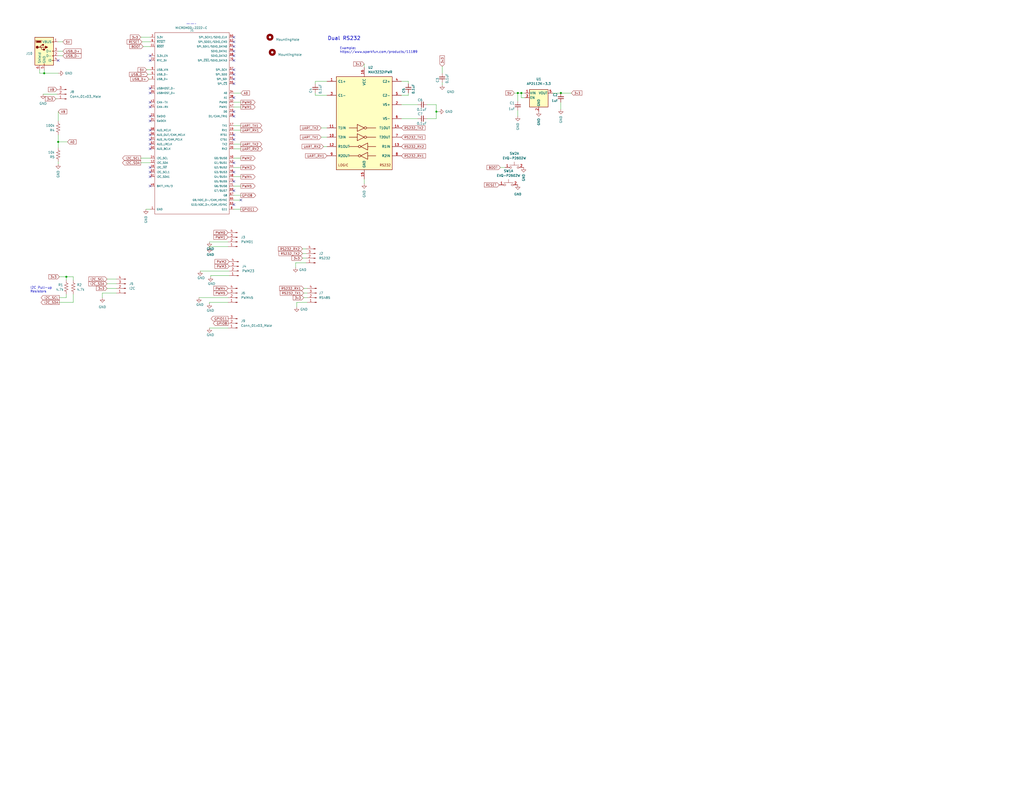
<source format=kicad_sch>
(kicad_sch (version 20211123) (generator eeschema)
  (paper "C")
  (title_block (title "ALPHA Main Board") (date "2022-06-15") (rev "1") (company "University of Rhode Island Smart Ocean Systems laboratory"))
  (lib_symbols
    (symbol "Connector:Conn_01x03_Male" (pin_names (offset 1.016) hide)
      (property "Reference" "J" (at 0 5.08 0))
      (property "Value" "Conn_01x03_Male" (at 0 -5.08 0))
      (symbol "Conn_01x03_Male_1_1"
        (pin passive line (at 5.08 2.54 180) (length 3.81) (name "Pin_1") (number "1"))
        (pin passive line (at 5.08 0 180) (length 3.81) (name "Pin_2") (number "2"))
        (pin passive line (at 5.08 -2.54 180) (length 3.81) (name "Pin_3") (number "3"))
      )
    )
    (symbol "Connector:Conn_01x04_Male" (pin_names (offset 1.016) hide)
      (property "Reference" "J" (at 0 5.08 0))
      (property "Value" "Conn_01x04_Male" (at 0 -7.62 0))
      (symbol "Conn_01x04_Male_1_1"
        (pin passive line (at 5.08 2.54 180) (length 3.81) (name "Pin_1") (number "1"))
        (pin passive line (at 5.08 0 180) (length 3.81) (name "Pin_2") (number "2"))
        (pin passive line (at 5.08 -2.54 180) (length 3.81) (name "Pin_3") (number "3"))
        (pin passive line (at 5.08 -5.08 180) (length 3.81) (name "Pin_4") (number "4"))
      )
    )
    (symbol "Connector:USB_B_Micro" (pin_names (offset 1.016))
      (property "Reference" "J" (at -5.08 11.43 0))
      (property "Value" "USB_B_Micro" (at -5.08 8.89 0))
      (symbol "USB_B_Micro_1_1"
        (pin power_out line (at 7.62 5.08 180) (length 2.54) (name "VBUS") (number "1"))
        (pin bidirectional line (at 7.62 -2.54 180) (length 2.54) (name "D-") (number "2"))
        (pin bidirectional line (at 7.62 0 180) (length 2.54) (name "D+") (number "3"))
        (pin passive line (at 7.62 -5.08 180) (length 2.54) (name "ID") (number "4"))
        (pin power_out line (at 0 -10.16 90) (length 2.54) (name "GND") (number "5"))
        (pin passive line (at -2.54 -10.16 90) (length 2.54) (name "Shield") (number "6"))
      )
    )
    (symbol "Device:C_Small" (pin_numbers hide) (pin_names (offset 0.254) hide)
      (property "Reference" "C" (at 0.254 1.778 0))
      (property "Value" "C_Small" (at 0.254 -2.032 0))
      (symbol "C_Small_1_1"
        (pin passive line (at 0 2.54 270) (length 2.032) (name "~") (number "1"))
        (pin passive line (at 0 -2.54 90) (length 2.032) (name "~") (number "2"))
      )
    )
    (symbol "Device:R_US" (pin_numbers hide) (pin_names (offset 0))
      (property "Reference" "R" (at 2.54 0 90))
      (property "Value" "R_US" (at -2.54 0 90))
      (symbol "R_US_1_1"
        (pin passive line (at 0 3.81 270) (length 1.27) (name "~") (number "1"))
        (pin passive line (at 0 -3.81 90) (length 1.27) (name "~") (number "2"))
      )
    )
    (symbol "Interface_UART:MAX3232" (pin_names (offset 1.016))
      (property "Reference" "U" (at -2.54 28.575 0))
      (property "Value" "MAX3232" (at -2.54 26.67 0))
      (symbol "MAX3232_0_0"
        (text "LOGIC" (at -11.43 -22.86 0) (effects (font (size 1.27 1.27))))
        (text "RS232" (at 11.43 -22.86 0) (effects (font (size 1.27 1.27))))
      )
      (symbol "MAX3232_1_1"
        (pin passive line (at -20.32 22.86 0) (length 5.08) (name "C1+") (number "1"))
        (pin input line (at -20.32 -7.62 0) (length 5.08) (name "T2IN") (number "10"))
        (pin input line (at -20.32 -2.54 0) (length 5.08) (name "T1IN") (number "11"))
        (pin output line (at -20.32 -12.7 0) (length 5.08) (name "R1OUT") (number "12"))
        (pin input line (at 20.32 -12.7 180) (length 5.08) (name "R1IN") (number "13"))
        (pin output line (at 20.32 -2.54 180) (length 5.08) (name "T1OUT") (number "14"))
        (pin power_in line (at 0 -30.48 90) (length 5.08) (name "GND") (number "15"))
        (pin power_in line (at 0 30.48 270) (length 5.08) (name "VCC") (number "16"))
        (pin power_out line (at 20.32 10.16 180) (length 5.08) (name "VS+") (number "2"))
        (pin passive line (at -20.32 15.24 0) (length 5.08) (name "C1-") (number "3"))
        (pin passive line (at 20.32 22.86 180) (length 5.08) (name "C2+") (number "4"))
        (pin passive line (at 20.32 15.24 180) (length 5.08) (name "C2-") (number "5"))
        (pin power_out line (at 20.32 2.54 180) (length 5.08) (name "VS-") (number "6"))
        (pin output line (at 20.32 -7.62 180) (length 5.08) (name "T2OUT") (number "7"))
        (pin input line (at 20.32 -17.78 180) (length 5.08) (name "R2IN") (number "8"))
        (pin output line (at -20.32 -17.78 0) (length 5.08) (name "R2OUT") (number "9"))
      )
    )
    (symbol "Mechanical:MountingHole" (pin_names (offset 1.016))
      (property "Reference" "H" (at 0 5.08 0))
      (property "Value" "MountingHole" (at 0 3.175 0))
    )
    (symbol "Regulator_Linear:AP2112K-3.3" (pin_names (offset 0.254))
      (property "Reference" "U" (at -5.08 5.715 0))
      (property "Value" "AP2112K-3.3" (at 0 5.715 0))
      (symbol "AP2112K-3.3_1_1"
        (pin power_in line (at -7.62 2.54 0) (length 2.54) (name "VIN") (number "1"))
        (pin power_in line (at 0 -7.62 90) (length 2.54) (name "GND") (number "2"))
        (pin input line (at -7.62 0 0) (length 2.54) (name "EN") (number "3"))
        (pin no_connect line (at 5.08 0 180) (length 2.54) hide (name "NC") (number "4"))
        (pin power_out line (at 7.62 2.54 180) (length 2.54) (name "VOUT") (number "5"))
      )
    )
    (symbol "SparkFun-MicroMod:MICROMOD-2222-C" (pin_names (offset 1.016))
      (property "Reference" "J" (at -20.32 53.848 0))
      (property "Value" "MICROMOD-2222-C" (at -20.32 -48.26 0))
      (symbol "MICROMOD-2222-C_1_1"
        (pin bidirectional line (at -22.86 -43.18 0) (length 2.54) (name "GND") (number "1"))
        (pin bidirectional line (at 22.86 10.16 180) (length 2.54) (name "D0") (number "10"))
        (pin bidirectional line (at -22.86 45.72 0) (length 2.54) (name "~{BOOT}") (number "11"))
        (pin bidirectional line (at -22.86 -17.78 0) (length 2.54) (name "I2C_SDA") (number "12"))
        (pin bidirectional line (at 22.86 -2.54 180) (length 2.54) (name "RTS1") (number "13"))
        (pin bidirectional line (at -22.86 -15.24 0) (length 2.54) (name "I2C_SCL") (number "14"))
        (pin bidirectional line (at 22.86 -5.08 180) (length 2.54) (name "CTS1") (number "15"))
        (pin bidirectional line (at -22.86 -20.32 0) (length 2.54) (name "I2C_~{INT}") (number "16"))
        (pin bidirectional line (at 22.86 2.54 180) (length 2.54) (name "TX1") (number "17"))
        (pin bidirectional line (at 22.86 7.62 180) (length 2.54) (name "D1/CAM_TRIG") (number "18"))
        (pin bidirectional line (at 22.86 0 180) (length 2.54) (name "RX1") (number "19"))
        (pin bidirectional line (at -22.86 50.8 0) (length 2.54) (name "3.3V") (number "2"))
        (pin bidirectional line (at 22.86 -10.16 180) (length 2.54) (name "RX2") (number "20"))
        (pin bidirectional line (at -22.86 5.08 0) (length 2.54) (name "SWDCK") (number "21"))
        (pin bidirectional line (at 22.86 -7.62 180) (length 2.54) (name "TX2") (number "22"))
        (pin bidirectional line (at -22.86 7.62 0) (length 2.54) (name "SWDIO") (number "23"))
        (pin bidirectional line (at -22.86 27.94 0) (length 2.54) (name "USB_D+") (number "3"))
        (pin bidirectional line (at 22.86 15.24 180) (length 2.54) (name "PWM0") (number "32"))
        (pin bidirectional line (at -22.86 -43.18 0) (length 2.54) hide (name "GND") (number "33"))
        (pin bidirectional line (at 22.86 20.32 180) (length 2.54) (name "A0") (number "34"))
        (pin bidirectional line (at -22.86 20.32 0) (length 2.54) (name "USBHOST_D+") (number "35"))
        (pin bidirectional line (at -22.86 -43.18 0) (length 2.54) hide (name "GND") (number "36"))
        (pin bidirectional line (at -22.86 22.86 0) (length 2.54) (name "USBHOST_D-") (number "37"))
        (pin bidirectional line (at 22.86 17.78 180) (length 2.54) (name "A1") (number "38"))
        (pin bidirectional line (at -22.86 -43.18 0) (length 2.54) hide (name "GND") (number "39"))
        (pin bidirectional line (at -22.86 40.64 0) (length 2.54) (name "3.3V_EN") (number "4"))
        (pin bidirectional line (at 22.86 -15.24 180) (length 2.54) (name "G0/BUS0") (number "40"))
        (pin bidirectional line (at -22.86 12.7 0) (length 2.54) (name "CAN-RX") (number "41"))
        (pin bidirectional line (at 22.86 -17.78 180) (length 2.54) (name "G1/BUS1") (number "42"))
        (pin bidirectional line (at -22.86 15.24 0) (length 2.54) (name "CAN-TX") (number "43"))
        (pin bidirectional line (at 22.86 -20.32 180) (length 2.54) (name "G2/BUS2") (number "44"))
        (pin bidirectional line (at -22.86 -43.18 0) (length 2.54) hide (name "GND") (number "45"))
        (pin bidirectional line (at 22.86 -22.86 180) (length 2.54) (name "G3/BUS3") (number "46"))
        (pin bidirectional line (at 22.86 12.7 180) (length 2.54) (name "PWM1") (number "47"))
        (pin bidirectional line (at 22.86 -25.4 180) (length 2.54) (name "G4/BUS4") (number "48"))
        (pin bidirectional line (at -22.86 -30.48 0) (length 2.54) (name "BATT_VIN/3") (number "49"))
        (pin bidirectional line (at -22.86 30.48 0) (length 2.54) (name "USB_D-") (number "5"))
        (pin bidirectional line (at -22.86 -10.16 0) (length 2.54) (name "AUD_BCLK") (number "50"))
        (pin bidirectional line (at -22.86 -25.4 0) (length 2.54) (name "I2C_SDA1") (number "51"))
        (pin bidirectional line (at -22.86 -7.62 0) (length 2.54) (name "AUD_LRCLK") (number "52"))
        (pin bidirectional line (at -22.86 -22.86 0) (length 2.54) (name "I2C_SCL1") (number "53"))
        (pin bidirectional line (at -22.86 -5.08 0) (length 2.54) (name "AUD_IN/CAM_PCLK") (number "54"))
        (pin bidirectional line (at 22.86 25.4 180) (length 2.54) (name "SPI_~{CS}") (number "55"))
        (pin bidirectional line (at -22.86 -2.54 0) (length 2.54) (name "AUD_OUT/CAM_MCLK") (number "56"))
        (pin bidirectional line (at 22.86 33.02 180) (length 2.54) (name "SPI_SCK") (number "57"))
        (pin bidirectional line (at -22.86 0 0) (length 2.54) (name "AUD_MCLK") (number "58"))
        (pin bidirectional line (at 22.86 30.48 180) (length 2.54) (name "SPI_SDO") (number "59"))
        (pin bidirectional line (at -22.86 48.26 0) (length 2.54) (name "~{RESET}") (number "6"))
        (pin bidirectional line (at 22.86 50.8 180) (length 2.54) (name "SPI_SCK1/SDIO_CLK") (number "60"))
        (pin bidirectional line (at 22.86 27.94 180) (length 2.54) (name "SPI_SDI") (number "61"))
        (pin bidirectional line (at 22.86 48.26 180) (length 2.54) (name "SPI_SDO1/SDIO_CMD") (number "62"))
        (pin bidirectional line (at 22.86 -40.64 180) (length 2.54) (name "G10/ADC_D+/CAM_VSYNC") (number "63"))
        (pin bidirectional line (at 22.86 45.72 180) (length 2.54) (name "SPI_SDI1/SDIO_DATA0") (number "64"))
        (pin bidirectional line (at 22.86 -38.1 180) (length 2.54) (name "G9/ADC_D-/CAM_HSYNC") (number "65"))
        (pin bidirectional line (at 22.86 43.18 180) (length 2.54) (name "SDIO_DATA1") (number "66"))
        (pin bidirectional line (at 22.86 -35.56 180) (length 2.54) (name "G8") (number "67"))
        (pin bidirectional line (at 22.86 40.64 180) (length 2.54) (name "SDIO_DATA2") (number "68"))
        (pin bidirectional line (at 22.86 -33.02 180) (length 2.54) (name "G7/BUS7") (number "69"))
        (pin bidirectional line (at -22.86 -43.18 0) (length 2.54) hide (name "GND") (number "7"))
        (pin bidirectional line (at 22.86 38.1 180) (length 2.54) (name "SPI_~{CS1}/SDIO_DATA3") (number "70"))
        (pin bidirectional line (at 22.86 -30.48 180) (length 2.54) (name "G6/BUS6") (number "71"))
        (pin bidirectional line (at -22.86 38.1 0) (length 2.54) (name "RTC_3V") (number "72"))
        (pin bidirectional line (at 22.86 -27.94 180) (length 2.54) (name "G5/BUS5") (number "73"))
        (pin bidirectional line (at -22.86 50.8 0) (length 2.54) hide (name "3.3V") (number "74"))
        (pin bidirectional line (at -22.86 -43.18 0) (length 2.54) hide (name "GND") (number "75"))
        (pin bidirectional line (at 22.86 -43.18 180) (length 2.54) (name "G11") (number "8"))
        (pin bidirectional line (at -22.86 33.02 0) (length 2.54) (name "USB_VIN") (number "9"))
      )
    )
    (symbol "Switch:SW_Push_Dual_x2" (pin_names (offset 1.016) hide)
      (property "Reference" "SW" (at 1.27 2.54 0))
      (property "Value" "SW_Push_Dual_x2" (at 0 -1.524 0))
      (symbol "SW_Push_Dual_x2_1_1"
        (pin passive line (at -5.08 0 0) (length 2.54) (name "C") (number "1"))
        (pin passive line (at 5.08 0 180) (length 2.54) (name "D") (number "2"))
      )
      (symbol "SW_Push_Dual_x2_2_1"
        (pin passive line (at -5.08 0 0) (length 2.54) (name "C") (number "3"))
        (pin passive line (at 5.08 0 180) (length 2.54) (name "D") (number "4"))
      )
    )
    (symbol "power:GND" (power) (pin_names (offset 0))
      (property "Value" "GND" (at 0 -3.81 0))
      (symbol "GND_1_1"
        (pin power_in line (at 0 0 270) (length 0) hide (name "GND") (number "1"))
      )
    )
  )
  (junction (at 36.195 151.13))
  (junction (at 306.07 50.8))
  (junction (at 24.13 40.005))
  (junction (at 284.48 50.8))
  (junction (at 238.125 60.96))
  (junction (at 282.575 50.8))
  (junction (at 31.75 77.47))
  (no_connect (at 127.635 45.72))
  (no_connect (at 81.915 91.44))
  (no_connect (at 127.635 25.4))
  (no_connect (at 131.445 109.22))
  (no_connect (at 81.915 101.6))
  (no_connect (at 127.635 40.64))
  (no_connect (at 81.915 50.8))
  (no_connect (at 81.915 58.42))
  (no_connect (at 81.915 81.28))
  (no_connect (at 81.915 76.2))
  (no_connect (at 127.635 93.98))
  (no_connect (at 127.635 38.1))
  (no_connect (at 127.635 111.76))
  (no_connect (at 81.915 96.52))
  (no_connect (at 81.915 93.98))
  (no_connect (at 81.915 48.26))
  (no_connect (at 81.915 55.88))
  (no_connect (at 81.915 33.02))
  (no_connect (at 81.915 30.48))
  (no_connect (at 127.635 99.06))
  (no_connect (at 81.915 63.5))
  (no_connect (at 127.635 73.66))
  (no_connect (at 127.635 76.2))
  (no_connect (at 127.635 22.86))
  (no_connect (at 127.635 53.34))
  (no_connect (at 127.635 20.32))
  (no_connect (at 127.635 27.94))
  (no_connect (at 81.915 66.04))
  (no_connect (at 81.915 73.66))
  (no_connect (at 127.635 43.18))
  (no_connect (at 127.635 60.96))
  (no_connect (at 127.635 63.5))
  (no_connect (at 31.75 33.02))
  (no_connect (at 127.635 88.9))
  (no_connect (at 81.915 71.12))
  (no_connect (at 81.915 78.74))
  (no_connect (at 127.635 104.14))
  (no_connect (at 127.635 33.02))
  (no_connect (at 127.635 30.48))
  (wire (pts (xy 114.3 134.62) (xy 114.3 135.255)))
  (wire (pts (xy 21.59 40.005) (xy 24.13 40.005)))
  (wire (pts (xy 165.735 157.48) (xy 167.64 157.48)))
  (wire (pts (xy 63.5 152.4) (xy 58.42 152.4)))
  (wire (pts (xy 286.385 53.34) (xy 284.48 53.34)))
  (wire (pts (xy 127.635 68.58) (xy 131.445 68.58)))
  (wire (pts (xy 63.5 160.02) (xy 55.88 160.02)))
  (wire (pts (xy 31.75 60.96) (xy 31.75 66.04)))
  (wire (pts (xy 24.13 40.005) (xy 24.13 38.1)))
  (wire (pts (xy 32.385 151.13) (xy 36.195 151.13)))
  (wire (pts (xy 282.575 63.5) (xy 282.575 60.325)))
  (wire (pts (xy 172.085 44.45) (xy 178.435 44.45)))
  (wire (pts (xy 127.635 86.36) (xy 131.445 86.36)))
  (wire (pts (xy 165.735 162.56) (xy 167.64 162.56)))
  (wire (pts (xy 239.395 60.96) (xy 238.125 60.96)))
  (wire (pts (xy 34.29 30.48) (xy 31.75 30.48)))
  (wire (pts (xy 36.195 151.13) (xy 36.195 153.035)))
  (wire (pts (xy 40.005 151.13) (xy 36.195 151.13)))
  (wire (pts (xy 108.585 162.56) (xy 124.46 162.56)))
  (wire (pts (xy 175.26 74.93) (xy 178.435 74.93)))
  (wire (pts (xy 222.885 44.45) (xy 219.075 44.45)))
  (wire (pts (xy 55.88 160.02) (xy 55.88 162.56)))
  (wire (pts (xy 131.445 106.68) (xy 127.635 106.68)))
  (wire (pts (xy 222.885 52.07) (xy 222.885 50.8)))
  (wire (pts (xy 114.3 132.08) (xy 124.46 132.08)))
  (wire (pts (xy 40.005 153.035) (xy 40.005 151.13)))
  (wire (pts (xy 131.445 50.8) (xy 127.635 50.8)))
  (wire (pts (xy 32.385 162.56) (xy 36.195 162.56)))
  (wire (pts (xy 31.75 73.66) (xy 31.75 77.47)))
  (wire (pts (xy 241.3 36.195) (xy 241.3 40.005)))
  (wire (pts (xy 109.22 147.955) (xy 125.095 147.955)))
  (wire (pts (xy 63.5 154.94) (xy 58.42 154.94)))
  (wire (pts (xy 238.125 60.96) (xy 238.125 64.77)))
  (wire (pts (xy 165.735 160.02) (xy 167.64 160.02)))
  (wire (pts (xy 282.575 55.245) (xy 282.575 50.8)))
  (wire (pts (xy 114.3 165.1) (xy 114.3 165.735)))
  (wire (pts (xy 219.075 57.15) (xy 227.965 57.15)))
  (wire (pts (xy 114.935 150.495) (xy 114.935 151.13)))
  (wire (pts (xy 219.075 52.07) (xy 222.885 52.07)))
  (wire (pts (xy 127.635 91.44) (xy 131.445 91.44)))
  (wire (pts (xy 80.01 38.1) (xy 81.915 38.1)))
  (wire (pts (xy 127.635 81.28) (xy 131.445 81.28)))
  (wire (pts (xy 31.75 89.535) (xy 31.75 88.265)))
  (wire (pts (xy 172.085 52.07) (xy 172.085 50.8)))
  (wire (pts (xy 127.635 96.52) (xy 131.445 96.52)))
  (wire (pts (xy 76.835 86.36) (xy 81.915 86.36)))
  (wire (pts (xy 306.07 59.69) (xy 306.07 55.88)))
  (wire (pts (xy 306.07 50.8) (xy 301.625 50.8)))
  (wire (pts (xy 58.42 157.48) (xy 63.5 157.48)))
  (wire (pts (xy 127.635 78.74) (xy 131.445 78.74)))
  (wire (pts (xy 161.29 143.51) (xy 161.29 146.05)))
  (wire (pts (xy 78.105 25.4) (xy 81.915 25.4)))
  (wire (pts (xy 165.1 140.97) (xy 167.005 140.97)))
  (wire (pts (xy 125.095 150.495) (xy 114.935 150.495)))
  (wire (pts (xy 241.3 45.085) (xy 241.3 46.355)))
  (wire (pts (xy 176.53 80.01) (xy 178.435 80.01)))
  (wire (pts (xy 21.59 38.1) (xy 21.59 40.005)))
  (wire (pts (xy 81.28 43.18) (xy 81.915 43.18)))
  (wire (pts (xy 127.635 109.22) (xy 131.445 109.22)))
  (wire (pts (xy 31.75 77.47) (xy 31.75 80.645)))
  (wire (pts (xy 175.26 69.85) (xy 178.435 69.85)))
  (wire (pts (xy 36.195 162.56) (xy 36.195 160.655)))
  (wire (pts (xy 79.629 114.3) (xy 81.915 114.3)))
  (wire (pts (xy 127.635 71.12) (xy 131.445 71.12)))
  (wire (pts (xy 127.635 58.42) (xy 131.445 58.42)))
  (wire (pts (xy 167.005 143.51) (xy 161.29 143.51)))
  (wire (pts (xy 34.29 27.94) (xy 31.75 27.94)))
  (wire (pts (xy 178.435 52.07) (xy 172.085 52.07)))
  (wire (pts (xy 32.385 165.1) (xy 40.005 165.1)))
  (wire (pts (xy 165.1 135.89) (xy 167.005 135.89)))
  (wire (pts (xy 165.1 138.43) (xy 167.005 138.43)))
  (wire (pts (xy 282.575 50.8) (xy 284.48 50.8)))
  (polyline (pts (xy 101.854 12.954) (xy 106.934 12.954)))
  (wire (pts (xy 127.635 101.6) (xy 131.445 101.6)))
  (wire (pts (xy 31.75 77.47) (xy 36.83 77.47)))
  (wire (pts (xy 238.125 57.15) (xy 238.125 60.96)))
  (wire (pts (xy 167.64 165.1) (xy 161.925 165.1)))
  (wire (pts (xy 40.005 165.1) (xy 40.005 160.655)))
  (wire (pts (xy 24.13 40.005) (xy 31.877 40.005)))
  (wire (pts (xy 273.05 91.44) (xy 275.59 91.44)))
  (wire (pts (xy 222.885 45.72) (xy 222.885 44.45)))
  (wire (pts (xy 131.445 55.88) (xy 127.635 55.88)))
  (wire (pts (xy 127.635 114.3) (xy 131.445 114.3)))
  (wire (pts (xy 233.045 64.77) (xy 238.125 64.77)))
  (wire (pts (xy 198.755 97.79) (xy 198.755 100.33)))
  (wire (pts (xy 311.785 50.8) (xy 306.07 50.8)))
  (wire (pts (xy 114.3 179.07) (xy 124.46 179.07)))
  (wire (pts (xy 219.075 64.77) (xy 227.965 64.77)))
  (wire (pts (xy 34.29 22.86) (xy 31.75 22.86)))
  (wire (pts (xy 161.925 165.1) (xy 161.925 167.64)))
  (wire (pts (xy 233.045 57.15) (xy 238.125 57.15)))
  (wire (pts (xy 124.46 165.1) (xy 114.3 165.1)))
  (wire (pts (xy 284.48 50.8) (xy 286.385 50.8)))
  (wire (pts (xy 172.085 45.72) (xy 172.085 44.45)))
  (wire (pts (xy 284.48 53.34) (xy 284.48 50.8)))
  (wire (pts (xy 30.48 53.975) (xy 31.115 53.975)))
  (wire (pts (xy 76.835 20.32) (xy 81.915 20.32)))
  (wire (pts (xy 76.835 88.9) (xy 81.915 88.9)))
  (wire (pts (xy 80.645 40.64) (xy 81.915 40.64)))
  (wire (pts (xy 77.47 22.86) (xy 81.915 22.86)))
  (wire (pts (xy 124.46 134.62) (xy 114.3 134.62)))
  (wire (pts (xy 198.755 34.925) (xy 198.755 36.83)))
  (wire (pts (xy 23.495 51.435) (xy 31.115 51.435)))
  (wire (pts (xy 280.67 50.8) (xy 282.575 50.8)))
  (text "I2C Pull-up\nResistors\n" (at 16.51 160.02 0) (effects (font (size 1.27 1.27)) (justify left bottom)))
  (text "Dual RS232\n" (at 196.85 22.225 180) (effects (font (size 2 2) (thickness 0.254) bold) (justify right bottom)))
  (text "Example: \nhttps://www.sparkfun.com/products/11189" (at 185.42 29.21 0) (effects (font (size 1.27 1.27)) (justify left bottom)))
  (global_label "USB_D+" (shape input) (at 81.28 43.18 180) (property "Intersheet References" "${INTERSHEET_REFS}" (effects hide)))
  (global_label "3v3" (shape input) (at 30.48 53.975 180) (property "Intersheet References" "${INTERSHEET_REFS}" (effects hide)))
  (global_label "USB_D-" (shape input) (at 34.29 30.48 0) (property "Intersheet References" "${INTERSHEET_REFS}" (effects hide)))
  (global_label "GPIO11" (shape output) (at 131.445 114.3 0) (property "Intersheet References" "${INTERSHEET_REFS}" (effects hide)))
  (global_label "3v3" (shape input) (at 58.42 157.48 180) (property "Intersheet References" "${INTERSHEET_REFS}" (effects hide)))
  (global_label "BOOT" (shape input) (at 78.105 25.4 180) (property "Intersheet References" "${INTERSHEET_REFS}" (effects hide)))
  (global_label "I2C_SCL" (shape input) (at 58.42 152.4 180) (property "Intersheet References" "${INTERSHEET_REFS}" (effects hide)))
  (global_label "PWM4" (shape output) (at 131.445 96.52 0) (property "Intersheet References" "${INTERSHEET_REFS}" (effects hide)))
  (global_label "RS232_RX1" (shape input) (at 165.735 157.48 180) (property "Intersheet References" "${INTERSHEET_REFS}" (effects hide)))
  (global_label "RS232_RX1" (shape input) (at 219.075 85.09 0) (property "Intersheet References" "${INTERSHEET_REFS}" (effects hide)))
  (global_label "PWM0" (shape output) (at 131.445 55.88 0) (property "Intersheet References" "${INTERSHEET_REFS}" (effects hide)))
  (global_label "UART_RX2" (shape output) (at 131.445 81.28 0) (property "Intersheet References" "${INTERSHEET_REFS}" (effects hide)))
  (global_label "RESET" (shape input) (at 272.415 100.965 180) (property "Intersheet References" "${INTERSHEET_REFS}" (effects hide)))
  (global_label "3v3" (shape input) (at 32.385 151.13 180) (property "Intersheet References" "${INTERSHEET_REFS}" (effects hide)))
  (global_label "PWM5" (shape input) (at 124.46 160.02 180) (property "Intersheet References" "${INTERSHEET_REFS}" (effects hide)))
  (global_label "RS232_TX1" (shape input) (at 219.075 74.93 0) (property "Intersheet References" "${INTERSHEET_REFS}" (effects hide)))
  (global_label "BOOT" (shape input) (at 273.05 91.44 180) (property "Intersheet References" "${INTERSHEET_REFS}" (effects hide)))
  (global_label "PWM1" (shape input) (at 124.46 129.54 180) (property "Intersheet References" "${INTERSHEET_REFS}" (effects hide)))
  (global_label "RS232_TX2" (shape input) (at 219.075 69.85 0) (property "Intersheet References" "${INTERSHEET_REFS}" (effects hide)))
  (global_label "I2C_SCL" (shape output) (at 32.385 162.56 180) (property "Intersheet References" "${INTERSHEET_REFS}" (effects hide)))
  (global_label "UART_TX2" (shape output) (at 131.445 78.74 0) (property "Intersheet References" "${INTERSHEET_REFS}" (effects hide)))
  (global_label "I2C_SDA" (shape input) (at 58.42 154.94 180) (property "Intersheet References" "${INTERSHEET_REFS}" (effects hide)))
  (global_label "PWM3" (shape output) (at 131.445 91.44 0) (property "Intersheet References" "${INTERSHEET_REFS}" (effects hide)))
  (global_label "USB_D+" (shape input) (at 34.29 27.94 0) (property "Intersheet References" "${INTERSHEET_REFS}" (effects hide)))
  (global_label "3v3" (shape input) (at 311.785 50.8 0) (property "Intersheet References" "${INTERSHEET_REFS}" (effects hide)))
  (global_label "RS232_RX2" (shape input) (at 165.1 135.89 180) (property "Intersheet References" "${INTERSHEET_REFS}" (effects hide)))
  (global_label "PWM0" (shape input) (at 124.46 127 180) (property "Intersheet References" "${INTERSHEET_REFS}" (effects hide)))
  (global_label "5V" (shape input) (at 80.01 38.1 180) (property "Intersheet References" "${INTERSHEET_REFS}" (effects hide)))
  (global_label "GPIO8" (shape output) (at 131.445 106.68 0) (property "Intersheet References" "${INTERSHEET_REFS}" (effects hide)))
  (global_label "5V" (shape input) (at 34.29 22.86 0) (property "Intersheet References" "${INTERSHEET_REFS}" (effects hide)))
  (global_label "RS232_RX2" (shape input) (at 219.075 80.01 0) (property "Intersheet References" "${INTERSHEET_REFS}" (effects hide)))
  (global_label "UART_RX1" (shape input) (at 178.435 85.09 180) (property "Intersheet References" "${INTERSHEET_REFS}" (effects hide)))
  (global_label "PWM3" (shape input) (at 125.095 145.415 180) (property "Intersheet References" "${INTERSHEET_REFS}" (effects hide)))
  (global_label "VB" (shape input) (at 31.75 60.96 0) (property "Intersheet References" "${INTERSHEET_REFS}" (effects hide)))
  (global_label "VB" (shape input) (at 31.115 48.895 180) (property "Intersheet References" "${INTERSHEET_REFS}" (effects hide)))
  (global_label "3v3" (shape input) (at 165.1 140.97 180) (property "Intersheet References" "${INTERSHEET_REFS}" (effects hide)))
  (global_label "3v3" (shape input) (at 165.735 162.56 180) (property "Intersheet References" "${INTERSHEET_REFS}" (effects hide)))
  (global_label "A0" (shape input) (at 36.83 77.47 0) (property "Intersheet References" "${INTERSHEET_REFS}" (effects hide)))
  (global_label "3v3" (shape input) (at 198.755 34.925 180) (property "Intersheet References" "${INTERSHEET_REFS}" (effects hide)))
  (global_label "I2C_SDA" (shape output) (at 76.835 88.9 180) (property "Intersheet References" "${INTERSHEET_REFS}" (effects hide)))
  (global_label "GPIO11" (shape output) (at 124.46 173.99 180) (property "Intersheet References" "${INTERSHEET_REFS}" (effects hide)))
  (global_label "USB_D-" (shape input) (at 80.645 40.64 180) (property "Intersheet References" "${INTERSHEET_REFS}" (effects hide)))
  (global_label "RESET" (shape input) (at 77.47 22.86 180) (property "Intersheet References" "${INTERSHEET_REFS}" (effects hide)))
  (global_label "PWM2" (shape input) (at 125.095 142.875 180) (property "Intersheet References" "${INTERSHEET_REFS}" (effects hide)))
  (global_label "PWM1" (shape output) (at 131.445 58.42 0) (property "Intersheet References" "${INTERSHEET_REFS}" (effects hide)))
  (global_label "UART_RX1" (shape output) (at 131.445 71.12 0) (property "Intersheet References" "${INTERSHEET_REFS}" (effects hide)))
  (global_label "PWM2" (shape output) (at 131.445 86.36 0) (property "Intersheet References" "${INTERSHEET_REFS}" (effects hide)))
  (global_label "A0" (shape input) (at 131.445 50.8 0) (property "Intersheet References" "${INTERSHEET_REFS}" (effects hide)))
  (global_label "I2C_SCL" (shape output) (at 76.835 86.36 180) (property "Intersheet References" "${INTERSHEET_REFS}" (effects hide)))
  (global_label "I2C_SDA" (shape output) (at 32.385 165.1 180) (property "Intersheet References" "${INTERSHEET_REFS}" (effects hide)))
  (global_label "GPIO8" (shape output) (at 124.46 176.53 180) (property "Intersheet References" "${INTERSHEET_REFS}" (effects hide)))
  (global_label "3v3" (shape input) (at 76.835 20.32 180) (property "Intersheet References" "${INTERSHEET_REFS}" (effects hide)))
  (global_label "UART_TX2" (shape input) (at 175.26 69.85 180) (property "Intersheet References" "${INTERSHEET_REFS}" (effects hide)))
  (global_label "RS232_TX1" (shape input) (at 165.735 160.02 180) (property "Intersheet References" "${INTERSHEET_REFS}" (effects hide)))
  (global_label "UART_TX1" (shape input) (at 175.26 74.93 180) (property "Intersheet References" "${INTERSHEET_REFS}" (effects hide)))
  (global_label "RS232_TX2" (shape input) (at 165.1 138.43 180) (property "Intersheet References" "${INTERSHEET_REFS}" (effects hide)))
  (global_label "UART_RX2" (shape input) (at 176.53 80.01 180) (property "Intersheet References" "${INTERSHEET_REFS}" (effects hide)))
  (global_label "PWM5" (shape output) (at 131.445 101.6 0) (property "Intersheet References" "${INTERSHEET_REFS}" (effects hide)))
  (global_label "PWM4" (shape input) (at 124.46 157.48 180) (property "Intersheet References" "${INTERSHEET_REFS}" (effects hide)))
  (global_label "3v3" (shape input) (at 241.3 36.195 90) (property "Intersheet References" "${INTERSHEET_REFS}" (effects hide)))
  (global_label "5V" (shape input) (at 280.67 50.8 180) (property "Intersheet References" "${INTERSHEET_REFS}" (effects hide)))
  (global_label "UART_TX1" (shape output) (at 131.445 68.58 0) (property "Intersheet References" "${INTERSHEET_REFS}" (effects hide)))
  (symbol (lib_id "power:GND") (at 306.07 59.69 0) (unit 1)
    (property "Reference" "#PWR0105" (effects hide))
    (property "Value" "GND" (at 306.07 67.31 90) (effects (justify left)))
  )
  (symbol (lib_id "Device:C_Small") (at 241.3 42.545 180) (unit 1)
    (property "Reference" "C3" (at 238.76 42.418 90) (effects (justify left)))
    (property "Value" "0.1uF" (at 243.967 40.132 90) (effects (justify left)))
    (property "Footprint" "Capacitor_SMD:C_0805_2012Metric" (effects hide))
    (property "Datasheet" "https://www.mouser.com/datasheet/2/40/X7RDielectric-777024.pdf" (effects hide))
    (property "Description" "Multilayer Ceramic Capacitors MLCC - SMD/SMT 10V 0.1uF X7R 0805 5%" (effects hide))
    (property "Digikey Part Number" "478-11627-1-ND" (effects hide))
    (property "Digikey Price/Stock" "https://www.digikey.com/en/products/detail/kyocera-avx/0805ZC104JAT2A/3081414?s=N4IgTCBcDaIAwA44FYBaBhAjHALAKQEEAVMAkAXQF8g" (effects hide))
    (property "Manufacturer_Name" "ATC / Kyocera AVX" (effects hide))
    (property "Manufacturer_Part_Number" "0805ZC104JAT2A" (effects hide))
    (property "Mouser Part Number" "581-0805ZC104JAT2A" (effects hide))
    (property "Mouser Price/Stock" "https://www.mouser.com/ProductDetail/Kyocera-AVX/0805ZC104JAT2A?qs=sGAEpiMZZMsh%252B1woXyUXj%252BFuqMivfESxxlG%2FIt%2F3IHA%3D" (effects hide))
  )
  (symbol (lib_id "Mechanical:MountingHole") (at 148.59 28.575 0) (unit 1)
    (property "Reference" "H2" (effects hide))
    (property "Value" "MountingHole" (at 151.765 29.8449 0) (effects (justify left)))
    (property "Footprint" "MountingHole:MountingHole_2.2mm_M2_ISO7380_Pad" (effects hide))
  )
  (symbol (lib_id "power:GND") (at 198.755 100.33 0) (unit 1)
    (property "Reference" "#PWR010" (effects hide))
    (property "Value" "GND" (at 198.755 107.95 90) (effects (justify left)))
  )
  (symbol (lib_id "power:GND") (at 241.3 46.355 0) (unit 1)
    (property "Reference" "#PWR02" (effects hide))
    (property "Value" "GND" (at 243.84 50.165 0) (effects (justify left)))
  )
  (symbol (lib_id "power:GND") (at 239.395 60.96 90) (unit 1)
    (property "Reference" "#PWR03" (effects hide))
    (property "Value" "GND" (at 247.015 60.96 90) (effects (justify left)))
  )
  (symbol (lib_id "Interface_UART:MAX3232") (at 198.755 67.31 0) (unit 1)
    (property "Reference" "U2" (at 200.7744 36.83 0) (effects (justify left)))
    (property "Value" "MAX3232IPWR" (at 200.7744 39.37 0) (effects (justify left)))
    (property "Footprint" "Package_SO:TSSOP-16_4.4x5mm_P0.65mm" (effects hide))
    (property "Datasheet" "https://www.ti.com/general/docs/suppproductinfo.tsp?distId=26&gotoUrl=https://www.ti.com/lit/gpn/max3232" (effects hide))
    (property "Description" "RS-232 Interface IC 3-5.5V Mult-Ch RS232" (effects hide))
    (property "Manufacturer_Name" "Texas Instruments" (effects hide))
    (property "Manufacturer_Part_Number" "MAX3232IPWR" (effects hide))
    (property "Mouser Part Number" "595-MAX3232IPWR" (effects hide))
    (property "Mouser Price/Stock" "https://www.mouser.com/ProductDetail/Texas-Instruments/MAX3232IPWR?qs=q2XTDbzbm6BbCKEnjxJsdA%3D%3D" (effects hide))
    (property "Unit Price" "7.54" (effects hide))
    (property "Height" "0.9mm" (effects hide))
  )
  (symbol (lib_id "power:GND") (at 282.575 100.965 0) (unit 1)
    (property "Reference" "#PWR0107" (effects hide))
    (property "Value" "GND" (at 282.575 106.045 0))
  )
  (symbol (lib_id "power:GND") (at 55.88 162.56 0) (unit 1)
    (property "Reference" "#PWR09" (effects hide))
    (property "Value" "GND" (at 55.88 167.64 0))
  )
  (symbol (lib_id "SparkFun-MicroMod:MICROMOD-2222-C") (at 104.775 71.12 0) (unit 1)
    (property "Reference" "J1" (at 104.775 16.51 0) (effects (font (size 1.143 1.143))))
    (property "Value" "MICROMOD-2222-C" (at 104.394 15.24 0) (effects (font (size 1.143 1.143))))
    (property "Footprint" "SparkFun-MicroMod.mod:M.2-CONNECTOR-E" (effects hide))
    (property "Datasheet" "https://cdn.sparkfun.com/assets/9/c/e/b/6/MicroMod_M.2_Connector_Datasheet_TE_2199230-4.pdf" (effects hide))
    (property "Description" "Educational Kits MicroMod DIY Carrier Kit (5 pack)" (effects hide))
    (property "Digikey Part Number" "1568-KIT-16549-ND" (effects hide))
    (property "Digikey Price/Stock" "https://www.digikey.com/en/products/detail/sparkfun-electronics/KIT-16549/13282888?s=N4IgTCBcDaINIEkAqBaAjANgKwBYCcIAugL5A" (effects hide))
    (property "Manufacturer_Name" "SparkFun" (effects hide))
    (property "Manufacturer_Part_Number" "KIT-16549" (effects hide))
    (property "Mouser Part Number" "474-KIT-16549" (effects hide))
    (property "Mouser Price/Stock" "https://www.mouser.com/ProductDetail/SparkFun/KIT-16549?qs=DPoM0jnrROW3Lrec7T%2FnrA%3D%3D" (effects hide))
    (property "Unit Price" "7.50" (effects hide))
  )
  (symbol (lib_id "Connector:Conn_01x04_Male") (at 68.58 157.48 180) (unit 1)
    (property "Reference" "J5" (at 70.485 154.9399 0) (effects (justify right)))
    (property "Value" "I2C" (at 70.485 157.4799 0) (effects (justify right)))
    (property "Footprint" "Connector_JST:JST_SH_BM04B-SRSS-TB_1x04-1MP_P1.00mm_Vertical" (effects hide))
    (property "Datasheet" "https://www.mouser.com/datasheet/2/737/4328_C13916_001_CCSH_W10_04_BK_RC_A-2490211.pdf" (effects hide))
    (property "Description" "Adafruit Accessories JST SH 4-pin Vertical Connector (10-pack) - Qwiic Compatible" (effects hide))
    (property "Digikey Part Number" "1528-4328-ND" (effects hide))
    (property "Digikey Price/Stock" "https://www.digikey.com/en/products/detail/adafruit-industries-llc/4328/10481838" (effects hide))
    (property "Manufacturer_Name" "Adafruit Industries LLC" (effects hide))
    (property "Manufacturer_Part_Number" "4328" (effects hide))
    (property "Mouser Part Number" "485-4328" (effects hide))
    (property "Mouser Price/Stock" "https://www.mouser.com/ProductDetail/Adafruit/4328?qs=wnTfsH77Xs6Ypm3wH0xoXg%3D%3D" (effects hide))
    (property "Unit Price" "3.95" (effects hide))
  )
  (symbol (lib_id "Device:C_Small") (at 282.575 57.785 180) (unit 1)
    (property "Reference" "C1" (at 278.13 56.261 0) (effects (justify right)))
    (property "Value" "1uf" (at 277.495 59.436 0) (effects (justify right)))
    (property "Footprint" "Capacitor_SMD:C_0805_2012Metric" (effects hide))
    (property "Datasheet" "https://www.mouser.com/datasheet/2/40/AVX_X7RDielectric_777024-1853642.pdf" (effects hide))
    (property "Description" "Multilayer Ceramic Capacitors MLCC - SMD/SMT 16V 10uF X7R 0805 10%" (effects hide))
    (property "Manufacturer_Name" "ATC / Kyocera AVX" (effects hide))
    (property "Manufacturer_Part_Number" "0805YC106KAT2A" (effects hide))
    (property "Mouser Part Number" "581-0805YC106KAT2A" (effects hide))
    (property "Mouser Price/Stock" "https://www.mouser.com/ProductDetail/KYOCERA-AVX/0805YC105KAT2A?qs=Ppq%252BQS%252B9qgKbltvIecMi5g%3D%3D" (effects hide))
  )
  (symbol (lib_id "Connector:Conn_01x04_Male") (at 172.085 140.97 180) (unit 1)
    (property "Reference" "J2" (at 173.99 138.4299 0) (effects (justify right)))
    (property "Value" "RS232" (at 173.99 140.9699 0) (effects (justify right)))
    (property "Footprint" "Connector_JST:JST_SH_BM04B-SRSS-TB_1x04-1MP_P1.00mm_Vertical" (effects hide))
    (property "Datasheet" "https://www.mouser.com/datasheet/2/737/4328_C13916_001_CCSH_W10_04_BK_RC_A-2490211.pdf" (effects hide))
    (property "Description" "Adafruit Accessories JST SH 4-pin Vertical Connector (10-pack) - Qwiic Compatible" (effects hide))
    (property "Digikey Part Number" "1528-4328-ND" (effects hide))
    (property "Digikey Price/Stock" "https://www.digikey.com/en/products/detail/adafruit-industries-llc/4328/10481838" (effects hide))
    (property "Manufacturer_Name" "Adafruit Industries LLC" (effects hide))
    (property "Manufacturer_Part_Number" "4328" (effects hide))
    (property "Mouser Part Number" "485-4328" (effects hide))
    (property "Mouser Price/Stock" "https://www.mouser.com/ProductDetail/Adafruit/4328?qs=wnTfsH77Xs6Ypm3wH0xoXg%3D%3D" (effects hide))
    (property "Unit Price" "3.95" (effects hide))
  )
  (symbol (lib_id "power:GND") (at 31.75 89.535 0) (unit 1)
    (property "Reference" "#PWR0101" (effects hide))
    (property "Value" "GND" (at 31.75 97.155 90) (effects (justify left)))
  )
  (symbol (lib_id "Connector:USB_B_Micro") (at 24.13 27.94 0) (unit 1)
    (property "Reference" "J10" (at 17.78 29.2101 0) (effects (justify right)))
    (property "Value" "USB_B_Micro" (effects hide))
    (property "Footprint" "Connector_USB:USB_Micro-B_Amphenol_10118194_Horizontal" (effects hide))
    (property "Datasheet" "https://www.amphenol-icc.com/media/wysiwyg/files/documentation/datasheet/inputoutput/io_usb_micro.pdf" (effects hide))
    (property "Description" "USB Connectors 5P MICRO USB TYPE B RCPT W/ REAR PEGS" (effects hide))
    (property "Digikey Part Number" "609-4618-2-ND" (effects hide))
    (property "Digikey Price/Stock" "https://www.digikey.com/en/products/detail/amphenol-icc-(fci)/10118194-0001LF/2785382?utm_adgroup=USB%2C%20DVI%2C%20HDMI%20Connectors&utm_source=google&utm_medium=cpc&utm_campaign=Shopping_Product_Connectors%2C%20Interconnects_NEW&utm_term=&utm_content=USB%2C%20DVI%2C%20HDMI%20Connectors&gclid=Cj0KCQjw4omaBhDqARIsADXULuWTT7AaSUpxZH_eAVzxfYAKf-ZROVcey_xV7Ol2ZZmS-enih-58lQgaAsMfEALw_wcB" (effects hide))
    (property "Manufacturer_Name" "Amphenol FCI" (effects hide))
    (property "Manufacturer_Part_Number" "10118194-0001LF" (effects hide))
    (property "Mouser Part Number" "649-10118194-0001LF" (effects hide))
    (property "Mouser Price/Stock" "https://www.mouser.com/ProductDetail/Amphenol-FCI/10118194-0001LF?qs=Ywefl8B65e4FIdY8OWfRQA%3D%3D" (effects hide))
    (property "Unit Price" "0.46" (effects hide))
  )
  (symbol (lib_id "Device:R_US") (at 36.195 156.845 0) (unit 1)
    (property "Reference" "R1" (at 31.75 155.575 0) (effects (justify left)))
    (property "Value" "4.7k" (at 30.48 158.115 0) (effects (justify left)))
    (property "Footprint" "Resistor_SMD:R_0805_2012Metric" (effects hide))
    (property "Datasheet" "https://www.mouser.com/datasheet/2/315/powerR_erjt_e-1077525.pdf" (effects hide))
    (property "Description" "Thick Film Resistors - SMD 0805 4.7Kohms 5% AEC-Q200" (effects hide))
    (property "Manufacturer_Name" "Panasonic Electronic Components" (effects hide))
    (property "Manufacturer_Part_Number" "ERJ-T06J472V" (effects hide))
    (property "Mouser Part Number" "667-ERJ-T06J472V" (effects hide))
    (property "Mouser Price/Stock" "https://www.mouser.com/ProductDetail/Panasonic/ERJ-T06J472V?qs=iIVTEDlrHA2C4zGhvp%2F17Q%3D%3D" (effects hide))
    (property "Unit Price" "0.70" (effects hide))
  )
  (symbol (lib_id "Connector:Conn_01x04_Male") (at 172.72 162.56 180) (unit 1)
    (property "Reference" "J7" (at 173.99 160.0199 0) (effects (justify right)))
    (property "Value" "RS485" (at 173.99 162.5599 0) (effects (justify right)))
    (property "Footprint" "Connector_JST:JST_SH_BM04B-SRSS-TB_1x04-1MP_P1.00mm_Vertical" (effects hide))
    (property "Datasheet" "https://www.mouser.com/datasheet/2/737/4328_C13916_001_CCSH_W10_04_BK_RC_A-2490211.pdf" (effects hide))
    (property "Description" "Adafruit Accessories JST SH 4-pin Vertical Connector (10-pack) - Qwiic Compatible" (effects hide))
    (property "Digikey Part Number" "1528-4328-ND" (effects hide))
    (property "Digikey Price/Stock" "https://www.digikey.com/en/products/detail/adafruit-industries-llc/4328/10481838" (effects hide))
    (property "Manufacturer_Name" "Adafruit Industries LLC" (effects hide))
    (property "Manufacturer_Part_Number" "4328" (effects hide))
    (property "Mouser Part Number" "485-4328" (effects hide))
    (property "Mouser Price/Stock" "https://www.mouser.com/ProductDetail/Adafruit/4328?qs=wnTfsH77Xs6Ypm3wH0xoXg%3D%3D" (effects hide))
    (property "Unit Price" "3.95" (effects hide))
  )
  (symbol (lib_id "Device:C_Small") (at 230.505 64.77 90) (unit 1)
    (property "Reference" "C7" (at 230.632 62.23 90) (effects (justify left)))
    (property "Value" "0.1uF" (at 232.918 67.437 90) (effects (justify left)))
    (property "Footprint" "Capacitor_SMD:C_0805_2012Metric" (effects hide))
    (property "Datasheet" "https://www.mouser.com/datasheet/2/40/X7RDielectric-777024.pdf" (effects hide))
    (property "Description" "Multilayer Ceramic Capacitors MLCC - SMD/SMT 10V 0.1uF X7R 0805 5%" (effects hide))
    (property "Digikey Part Number" "478-11627-1-ND" (effects hide))
    (property "Digikey Price/Stock" "https://www.digikey.com/en/products/detail/kyocera-avx/0805ZC104JAT2A/3081414?s=N4IgTCBcDaIAwA44FYBaBhAjHALAKQEEAVMAkAXQF8g" (effects hide))
    (property "Manufacturer_Name" "ATC / Kyocera AVX" (effects hide))
    (property "Manufacturer_Part_Number" "0805ZC104JAT2A" (effects hide))
    (property "Mouser Part Number" "581-0805ZC104JAT2A" (effects hide))
    (property "Mouser Price/Stock" "https://www.mouser.com/ProductDetail/Kyocera-AVX/0805ZC104JAT2A?qs=sGAEpiMZZMsh%252B1woXyUXj%252BFuqMivfESxxlG%2FIt%2F3IHA%3D" (effects hide))
  )
  (symbol (lib_id "power:GND") (at 114.3 165.735 0) (unit 1)
    (property "Reference" "#PWR013" (effects hide))
    (property "Value" "GND" (at 112.776 169.545 0) (effects (justify left)))
  )
  (symbol (lib_id "Device:R_US") (at 31.75 84.455 180) (unit 1)
    (property "Reference" "R5" (at 29.845 85.725 0) (effects (justify left)))
    (property "Value" "10k" (at 29.845 83.185 0) (effects (justify left)))
    (property "Footprint" "Resistor_SMD:R_0805_2012Metric" (effects hide))
    (property "Manufacturer_Name" "Panasonic Electronic Components" (effects hide))
    (property "Manufacturer_Part_Number" "ERJ-T06J472V" (effects hide))
    (property "Mouser Part Number" "667-ERJ-T06J472V" (effects hide))
    (property "Mouser Price/Stock" "https://www.mouser.com/ProductDetail/Panasonic/ERJ-T06J472V?qs=iIVTEDlrHA2C4zGhvp%2F17Q%3D%3D" (effects hide))
    (property "Unit Price" "0.70" (effects hide))
  )
  (symbol (lib_id "Switch:SW_Push_Dual_x2") (at 280.67 91.44 0) (unit 1)
    (property "Reference" "SW2" (at 280.67 83.82 0))
    (property "Value" "EVQ-P2602W" (at 280.67 86.36 0))
    (property "Footprint" "Button_Switch_SMD:SW_SPST_EVQP2" (effects hide))
    (property "Datasheet" "https://www.digikey.com/en/products/detail/panasonic-electronic-components/EVQ-P2602W/593465?s=N4IgTCBcDaIKIDUCKBaACmAbABjAdRAF0BfIA" (effects hide))
  )
  (symbol (lib_id "Switch:SW_Push_Dual_x2") (at 277.495 100.965 0) (unit 1)
    (property "Reference" "SW1" (at 277.495 93.345 0))
    (property "Value" "EVQ-P2602W" (at 277.495 95.885 0))
    (property "Footprint" "Button_Switch_SMD:SW_SPST_EVQP2" (effects hide))
    (property "Datasheet" "https://www.digikey.com/en/products/detail/panasonic-electronic-components/EVQ-P2602W/593465?s=N4IgTCBcDaIKIDUCKBaACmAbABjAdRAF0BfIA" (effects hide))
  )
  (symbol (lib_id "Mechanical:MountingHole") (at 147.32 20.32 0) (unit 1)
    (property "Reference" "H1" (effects hide))
    (property "Value" "MountingHole" (at 150.495 21.5899 0) (effects (justify left)))
    (property "Footprint" "MountingHole:MountingHole_2.2mm_M2_ISO7380_Pad" (effects hide))
  )
  (symbol (lib_id "power:GND") (at 114.935 151.13 0) (unit 1)
    (property "Reference" "#PWR08" (effects hide))
    (property "Value" "GND" (at 113.411 154.94 0) (effects (justify left)))
  )
  (symbol (lib_id "power:GND") (at 108.585 162.56 0) (unit 1)
    (property "Reference" "#PWR011" (effects hide))
    (property "Value" "GND" (at 107.061 166.37 0) (effects (justify left)))
  )
  (symbol (lib_id "Regulator_Linear:AP2112K-3.3") (at 294.005 53.34 0) (unit 1)
    (property "Reference" "U1" (at 294.005 43.18 0))
    (property "Value" "AP2112K-3.3" (at 294.005 45.72 0))
    (property "Footprint" "Package_TO_SOT_SMD:SOT-23-5" (effects hide))
    (property "Datasheet" "https://www.diodes.com/assets/Datasheets/AP2112.pdf" (effects hide))
    (property "Digikey stock" "https://www.digikey.com/en/products/detail/diodes-incorporated/AP2112K-3.3TRG1/4505257?utm_adgroup=Integrated%20Circuits&utm_source=google&utm_medium=cpc&utm_campaign=Dynamic%20Search_EN_Product&utm_term=&utm_content=Integrated%20Circuits&gclid=CjwKCAjwzuqgBhAcEiwAdj5dRrBFOzwbRUuKdiyWxUtTFXivirsErt6p2sqvdJV_w3kA-DMsyR6yihoCGpYQAvD_BwE" (effects hide))
  )
  (symbol (lib_id "power:GND") (at 114.3 132.08 0) (unit 1)
    (property "Reference" "#PWR04" (effects hide))
    (property "Value" "GND" (at 112.776 135.89 0) (effects (justify left)))
  )
  (symbol (lib_id "power:GND") (at 23.495 51.435 0) (unit 1)
    (property "Reference" "#PWR01" (effects hide))
    (property "Value" "GND" (at 23.495 56.515 0))
  )
  (symbol (lib_id "power:GND") (at 114.3 179.07 0) (unit 1)
    (property "Reference" "#PWR016" (effects hide))
    (property "Value" "GND" (at 112.776 182.88 0) (effects (justify left)))
  )
  (symbol (lib_id "Device:R_US") (at 31.75 69.85 180) (unit 1)
    (property "Reference" "R4" (at 29.845 71.12 0) (effects (justify left)))
    (property "Value" "100k" (at 29.845 68.58 0) (effects (justify left)))
    (property "Footprint" "Resistor_SMD:R_0805_2012Metric" (effects hide))
    (property "Datasheet" "https://www.mouser.com/datasheet/2/315/powerR_erjt_e-1077525.pdf" (effects hide))
    (property "Description" "Thick Film Resistors - SMD 0805 4.7Kohms 5% AEC-Q200" (effects hide))
    (property "Manufacturer_Name" "Panasonic Electronic Components" (effects hide))
    (property "Manufacturer_Part_Number" "ERJ-T06J472V" (effects hide))
    (property "Mouser Part Number" "667-ERJ-T06J472V" (effects hide))
    (property "Mouser Price/Stock" "https://www.mouser.com/ProductDetail/Panasonic/ERJ-T06J472V?qs=iIVTEDlrHA2C4zGhvp%2F17Q%3D%3D" (effects hide))
    (property "Unit Price" "0.70" (effects hide))
  )
  (symbol (lib_id "Connector:Conn_01x04_Male") (at 130.175 147.955 180) (unit 1)
    (property "Reference" "J4" (at 132.08 145.4149 0) (effects (justify right)))
    (property "Value" "PWM23" (at 132.08 147.9549 0) (effects (justify right)))
    (property "Footprint" "Connector_JST:JST_SH_BM04B-SRSS-TB_1x04-1MP_P1.00mm_Vertical" (effects hide))
    (property "Datasheet" "https://www.mouser.com/datasheet/2/737/4328_C13916_001_CCSH_W10_04_BK_RC_A-2490211.pdf" (effects hide))
    (property "Description" "Adafruit Accessories JST SH 4-pin Vertical Connector (10-pack) - Qwiic Compatible" (effects hide))
    (property "Digikey Part Number" "1528-4328-ND" (effects hide))
    (property "Digikey Price/Stock" "https://www.digikey.com/en/products/detail/adafruit-industries-llc/4328/10481838" (effects hide))
    (property "Manufacturer_Name" "Adafruit Industries LLC" (effects hide))
    (property "Manufacturer_Part_Number" "4328" (effects hide))
    (property "Mouser Part Number" "485-4328" (effects hide))
    (property "Mouser Price/Stock" "https://www.mouser.com/ProductDetail/Adafruit/4328?qs=wnTfsH77Xs6Ypm3wH0xoXg%3D%3D" (effects hide))
    (property "Unit Price" "3.95" (effects hide))
  )
  (symbol (lib_id "Device:C_Small") (at 306.07 53.34 180) (unit 1)
    (property "Reference" "C2" (at 301.625 51.816 0) (effects (justify right)))
    (property "Value" "1uf" (at 300.99 54.991 0) (effects (justify right)))
    (property "Footprint" "Capacitor_SMD:C_0805_2012Metric" (effects hide))
    (property "Datasheet" "https://www.mouser.com/datasheet/2/40/AVX_X7RDielectric_777024-1853642.pdf" (effects hide))
    (property "Description" "Multilayer Ceramic Capacitors MLCC - SMD/SMT 16V 10uF X7R 0805 10%" (effects hide))
    (property "Manufacturer_Name" "ATC / Kyocera AVX" (effects hide))
    (property "Manufacturer_Part_Number" "0805YC106KAT2A" (effects hide))
    (property "Mouser Part Number" "581-0805YC106KAT2A" (effects hide))
    (property "Mouser Price/Stock" "https://www.mouser.com/ProductDetail/KYOCERA-AVX/0805YC105KAT2A?qs=Ppq%252BQS%252B9qgKbltvIecMi5g%3D%3D" (effects hide))
  )
  (symbol (lib_id "power:GND") (at 285.75 91.44 0) (unit 1)
    (property "Reference" "#PWR0106" (effects hide))
    (property "Value" "GND" (at 285.75 99.06 90) (effects (justify left)))
  )
  (symbol (lib_id "power:GND") (at 114.3 135.255 0) (unit 1)
    (property "Reference" "#PWR06" (effects hide))
    (property "Value" "GND" (at 112.776 139.065 0) (effects (justify left)))
  )
  (symbol (lib_id "Connector:Conn_01x04_Male") (at 129.54 162.56 180) (unit 1)
    (property "Reference" "J6" (at 131.445 160.0199 0) (effects (justify right)))
    (property "Value" "PWM45" (at 131.445 162.5599 0) (effects (justify right)))
    (property "Footprint" "Connector_JST:JST_SH_BM04B-SRSS-TB_1x04-1MP_P1.00mm_Vertical" (effects hide))
    (property "Datasheet" "https://www.mouser.com/datasheet/2/737/4328_C13916_001_CCSH_W10_04_BK_RC_A-2490211.pdf" (effects hide))
    (property "Description" "Adafruit Accessories JST SH 4-pin Vertical Connector (10-pack) - Qwiic Compatible" (effects hide))
    (property "Digikey Part Number" "1528-4328-ND" (effects hide))
    (property "Digikey Price/Stock" "https://www.digikey.com/en/products/detail/adafruit-industries-llc/4328/10481838" (effects hide))
    (property "Manufacturer_Name" "Adafruit Industries LLC" (effects hide))
    (property "Manufacturer_Part_Number" "4328" (effects hide))
    (property "Mouser Part Number" "485-4328" (effects hide))
    (property "Mouser Price/Stock" "https://www.mouser.com/ProductDetail/Adafruit/4328?qs=wnTfsH77Xs6Ypm3wH0xoXg%3D%3D" (effects hide))
    (property "Unit Price" "3.95" (effects hide))
  )
  (symbol (lib_id "power:GND") (at 294.005 60.96 0) (unit 1)
    (property "Reference" "#PWR0103" (effects hide))
    (property "Value" "GND" (at 294.005 68.58 90) (effects (justify left)))
  )
  (symbol (lib_id "power:GND") (at 79.629 114.3 0) (unit 1)
    (property "Reference" "#PWR012" (effects hide))
    (property "Value" "GND" (at 79.629 121.92 90) (effects (justify left)))
  )
  (symbol (lib_id "Device:C_Small") (at 222.885 48.26 180) (unit 1)
    (property "Reference" "C5" (at 220.345 48.133 90) (effects (justify left)))
    (property "Value" "0.1uF" (at 225.552 45.847 90) (effects (justify left)))
    (property "Footprint" "Capacitor_SMD:C_0805_2012Metric" (effects hide))
    (property "Datasheet" "https://www.mouser.com/datasheet/2/40/X7RDielectric-777024.pdf" (effects hide))
    (property "Description" "Multilayer Ceramic Capacitors MLCC - SMD/SMT 10V 0.1uF X7R 0805 5%" (effects hide))
    (property "Digikey Part Number" "478-11627-1-ND" (effects hide))
    (property "Digikey Price/Stock" "https://www.digikey.com/en/products/detail/kyocera-avx/0805ZC104JAT2A/3081414?s=N4IgTCBcDaIAwA44FYBaBhAjHALAKQEEAVMAkAXQF8g" (effects hide))
    (property "Manufacturer_Name" "ATC / Kyocera AVX" (effects hide))
    (property "Manufacturer_Part_Number" "0805ZC104JAT2A" (effects hide))
    (property "Mouser Part Number" "581-0805ZC104JAT2A" (effects hide))
    (property "Mouser Price/Stock" "https://www.mouser.com/ProductDetail/Kyocera-AVX/0805ZC104JAT2A?qs=sGAEpiMZZMsh%252B1woXyUXj%252BFuqMivfESxxlG%2FIt%2F3IHA%3D" (effects hide))
  )
  (symbol (lib_id "Connector:Conn_01x04_Male") (at 129.54 132.08 180) (unit 1)
    (property "Reference" "J3" (at 131.445 129.5399 0) (effects (justify right)))
    (property "Value" "PWM01" (at 131.445 132.0799 0) (effects (justify right)))
    (property "Footprint" "Connector_JST:JST_SH_BM04B-SRSS-TB_1x04-1MP_P1.00mm_Vertical" (effects hide))
    (property "Datasheet" "https://www.mouser.com/datasheet/2/737/4328_C13916_001_CCSH_W10_04_BK_RC_A-2490211.pdf" (effects hide))
    (property "Description" "Adafruit Accessories JST SH 4-pin Vertical Connector (10-pack) - Qwiic Compatible" (effects hide))
    (property "Digikey Part Number" "1528-4328-ND" (effects hide))
    (property "Digikey Price/Stock" "https://www.digikey.com/en/products/detail/adafruit-industries-llc/4328/10481838" (effects hide))
    (property "Manufacturer_Name" "Adafruit Industries LLC" (effects hide))
    (property "Manufacturer_Part_Number" "4328" (effects hide))
    (property "Mouser Part Number" "485-4328" (effects hide))
    (property "Mouser Price/Stock" "https://www.mouser.com/ProductDetail/Adafruit/4328?qs=wnTfsH77Xs6Ypm3wH0xoXg%3D%3D" (effects hide))
    (property "Unit Price" "3.95" (effects hide))
  )
  (symbol (lib_id "Connector:Conn_01x03_Male") (at 36.195 51.435 180) (unit 1)
    (property "Reference" "J8" (at 38.1 50.1649 0) (effects (justify right)))
    (property "Value" "Conn_01x03_Male" (at 38.1 52.7049 0) (effects (justify right)))
    (property "Footprint" "Connector_PinHeader_2.54mm:PinHeader_1x03_P2.54mm_Vertical" (effects hide))
  )
  (symbol (lib_id "Device:C_Small") (at 230.505 57.15 90) (unit 1)
    (property "Reference" "C6" (at 230.632 54.61 90) (effects (justify left)))
    (property "Value" "0.1uF" (at 232.918 59.817 90) (effects (justify left)))
    (property "Footprint" "Capacitor_SMD:C_0805_2012Metric" (effects hide))
    (property "Datasheet" "https://www.mouser.com/datasheet/2/40/X7RDielectric-777024.pdf" (effects hide))
    (property "Description" "Multilayer Ceramic Capacitors MLCC - SMD/SMT 10V 0.1uF X7R 0805 5%" (effects hide))
    (property "Digikey Part Number" "478-11627-1-ND" (effects hide))
    (property "Digikey Price/Stock" "https://www.digikey.com/en/products/detail/kyocera-avx/0805ZC104JAT2A/3081414?s=N4IgTCBcDaIAwA44FYBaBhAjHALAKQEEAVMAkAXQF8g" (effects hide))
    (property "Manufacturer_Name" "ATC / Kyocera AVX" (effects hide))
    (property "Manufacturer_Part_Number" "0805ZC104JAT2A" (effects hide))
    (property "Mouser Part Number" "581-0805ZC104JAT2A" (effects hide))
    (property "Mouser Price/Stock" "https://www.mouser.com/ProductDetail/Kyocera-AVX/0805ZC104JAT2A?qs=sGAEpiMZZMsh%252B1woXyUXj%252BFuqMivfESxxlG%2FIt%2F3IHA%3D" (effects hide))
  )
  (symbol (lib_id "power:GND") (at 161.925 167.64 0) (unit 1)
    (property "Reference" "#PWR014" (effects hide))
    (property "Value" "GND" (at 163.83 168.9099 0) (effects (justify left)))
  )
  (symbol (lib_id "power:GND") (at 161.29 146.05 0) (unit 1)
    (property "Reference" "#PWR05" (effects hide))
    (property "Value" "GND" (at 163.195 147.3199 0) (effects (justify left)))
  )
  (symbol (lib_id "Device:C_Small") (at 172.085 48.26 180) (unit 1)
    (property "Reference" "C4" (at 169.545 48.133 90) (effects (justify left)))
    (property "Value" "0.1uF" (at 174.752 45.847 90) (effects (justify left)))
    (property "Footprint" "Capacitor_SMD:C_0805_2012Metric" (effects hide))
    (property "Datasheet" "https://www.mouser.com/datasheet/2/40/X7RDielectric-777024.pdf" (effects hide))
    (property "Description" "Multilayer Ceramic Capacitors MLCC - SMD/SMT 10V 0.1uF X7R 0805 5%" (effects hide))
    (property "Digikey Part Number" "478-11627-1-ND" (effects hide))
    (property "Digikey Price/Stock" "https://www.digikey.com/en/products/detail/kyocera-avx/0805ZC104JAT2A/3081414?s=N4IgTCBcDaIAwA44FYBaBhAjHALAKQEEAVMAkAXQF8g" (effects hide))
    (property "Manufacturer_Name" "ATC / Kyocera AVX" (effects hide))
    (property "Manufacturer_Part_Number" "0805ZC104JAT2A" (effects hide))
    (property "Mouser Part Number" "581-0805ZC104JAT2A" (effects hide))
    (property "Mouser Price/Stock" "https://www.mouser.com/ProductDetail/Kyocera-AVX/0805ZC104JAT2A?qs=sGAEpiMZZMsh%252B1woXyUXj%252BFuqMivfESxxlG%2FIt%2F3IHA%3D" (effects hide))
  )
  (symbol (lib_id "power:GND") (at 109.22 147.955 0) (unit 1)
    (property "Reference" "#PWR07" (effects hide))
    (property "Value" "GND" (at 107.696 151.765 0) (effects (justify left)))
  )
  (symbol (lib_id "Device:R_US") (at 40.005 156.845 0) (unit 1)
    (property "Reference" "R2" (at 41.91 155.575 0) (effects (justify left)))
    (property "Value" "4.7k" (at 41.91 158.115 0) (effects (justify left)))
    (property "Footprint" "Resistor_SMD:R_0805_2012Metric" (effects hide))
    (property "Datasheet" "https://www.mouser.com/datasheet/2/315/powerR_erjt_e-1077525.pdf" (effects hide))
    (property "Description" "Thick Film Resistors - SMD 0805 4.7Kohms 5% AEC-Q200" (effects hide))
    (property "Manufacturer_Name" "Panasonic Electronic Components" (effects hide))
    (property "Manufacturer_Part_Number" "ERJ-T06J472V" (effects hide))
    (property "Mouser Part Number" "667-ERJ-T06J472V" (effects hide))
    (property "Mouser Price/Stock" "https://www.mouser.com/ProductDetail/Panasonic/ERJ-T06J472V?qs=iIVTEDlrHA2C4zGhvp%2F17Q%3D%3D" (effects hide))
    (property "Unit Price" "0.70" (effects hide))
  )
  (symbol (lib_id "power:GND") (at 31.877 40.005 90) (unit 1)
    (property "Reference" "#PWR0102" (effects hide))
    (property "Value" "GND" (at 39.497 40.005 90) (effects (justify left)))
  )
  (symbol (lib_id "Connector:Conn_01x03_Male") (at 129.54 176.53 180) (unit 1)
    (property "Reference" "J9" (at 131.445 175.2599 0) (effects (justify right)))
    (property "Value" "Conn_01x03_Male" (at 131.445 177.7999 0) (effects (justify right)))
    (property "Footprint" "Connector_PinHeader_2.54mm:PinHeader_1x03_P2.54mm_Vertical" (effects hide))
  )
  (symbol (lib_id "power:GND") (at 282.575 63.5 0) (unit 1)
    (property "Reference" "#PWR0104" (effects hide))
    (property "Value" "GND" (at 282.575 71.12 90) (effects (justify left)))
  )
)
</source>
